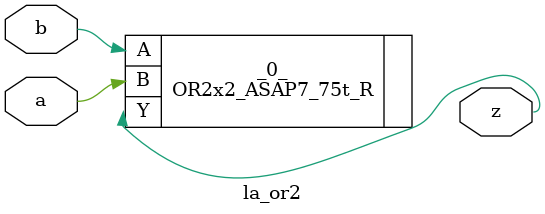
<source format=v>

/* Generated by Yosys 0.37 (git sha1 a5c7f69ed, clang 14.0.0-1ubuntu1.1 -fPIC -Os) */

module la_or2(a, b, z);
  input a;
  wire a;
  input b;
  wire b;
  output z;
  wire z;
  OR2x2_ASAP7_75t_R _0_ (
    .A(b),
    .B(a),
    .Y(z)
  );
endmodule

</source>
